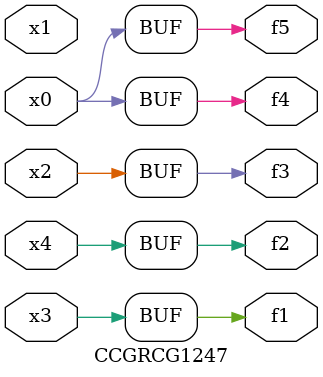
<source format=v>
module CCGRCG1247(
	input x0, x1, x2, x3, x4,
	output f1, f2, f3, f4, f5
);
	assign f1 = x3;
	assign f2 = x4;
	assign f3 = x2;
	assign f4 = x0;
	assign f5 = x0;
endmodule

</source>
